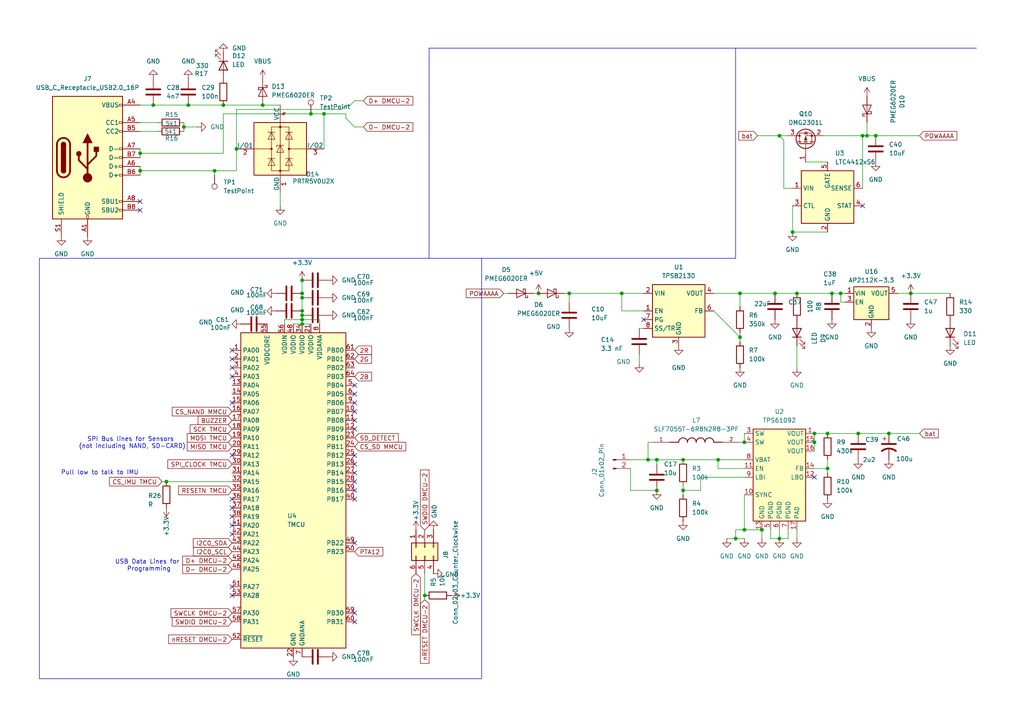
<source format=kicad_sch>
(kicad_sch (version 20250114) (generator "eeschema") (generator_version "9.0")
  (paper "A4")
  (rectangle (start 11.43 74.93) (end 139.7 196.85))
  (rectangle (start -120.65 31.75) (end -2.54 91.44))
  (rectangle (start -74.676 92.71) (end -2.54 135.636))
  (rectangle (start -144.78 137.16) (end -2.54 182.88))
  (text "Storage/Logging" (at -79.248 180.086 0) (effects (font (size 1.27 1.27))))
  (text "Pull low to talk to IMU" (at 28.956 137.16 0) (effects (font (size 1.27 1.27))))
  (text "Baro" (at -42.926 133.35 0) (effects (font (size 2.032 2.032))))
  (text "USB Data Lines for \nProgramming" (at 43.18 164.084 0) (effects (font (size 1.27 1.27))))
  (text "SPI Bus lines for Sensors \n(not including NAND, SD-CARD)" (at 38.354 128.524 0) (effects (font (size 1.27 1.27))))
  (junction (at -55.88 106.68))
  (junction (at 90.17 33.02))
  (junction (at -71.12 53.34))
  (junction (at -110.49 124.46))
  (junction (at 240.03 125.73))
  (junction (at 250.19 39.37))
  (junction (at 226.06 156.21))
  (junction (at 123.19 172.72))
  (junction (at 226.06 39.37))
  (junction (at 198.12 133.35))
  (junction (at 240.03 135.89))
  (junction (at -133.35 115.57))
  (junction (at 180.34 85.09))
  (junction (at -60.96 153.67))
  (junction (at 264.16 85.09))
  (junction (at 241.3 85.09))
  (junction (at 236.22 128.27))
  (junction (at 243.84 85.09))
  (junction (at 213.36 156.21))
  (junction (at 214.63 85.09))
  (junction (at 87.63 92.71))
  (junction (at 229.87 67.31))
  (junction (at 62.23 49.53))
  (junction (at -46.99 45.72))
  (junction (at 53.34 36.83))
  (junction (at 165.1 85.09))
  (junction (at 187.96 133.35))
  (junction (at 198.12 142.24))
  (junction (at 190.5 142.24))
  (junction (at 87.63 93.98))
  (junction (at 208.28 133.35))
  (junction (at 40.64 49.53))
  (junction (at 87.63 90.17))
  (junction (at -55.88 101.6))
  (junction (at 220.98 153.67))
  (junction (at 214.63 97.79))
  (junction (at 68.58 43.18))
  (junction (at 215.9 153.67))
  (junction (at 93.98 33.02))
  (junction (at 44.45 30.48))
  (junction (at 48.26 139.7))
  (junction (at 254 39.37))
  (junction (at 76.2 30.48))
  (junction (at -110.49 119.38))
  (junction (at 87.63 81.28))
  (junction (at 64.77 30.48))
  (junction (at 251.46 39.37))
  (junction (at 231.14 85.09))
  (junction (at 87.63 85.09))
  (junction (at 236.22 125.73))
  (junction (at 248.92 125.73))
  (junction (at 156.21 85.09))
  (junction (at 215.9 128.27))
  (junction (at -100.33 146.05))
  (junction (at 54.61 30.48))
  (junction (at 257.81 125.73))
  (junction (at -55.88 107.95))
  (junction (at 87.63 91.44))
  (junction (at -49.53 45.72))
  (junction (at 224.79 85.09))
  (junction (at 40.64 44.45))
  (junction (at 87.63 86.36))
  (junction (at -71.12 55.88))
  (junction (at 190.5 133.35))
  (no_connect (at 102.87 116.84))
  (no_connect (at 102.87 180.34))
  (no_connect (at 67.31 116.84))
  (no_connect (at 102.87 177.8))
  (no_connect (at 102.87 139.7))
  (no_connect (at 236.22 138.43))
  (no_connect (at 67.31 147.32))
  (no_connect (at 40.64 58.42))
  (no_connect (at 67.31 170.18))
  (no_connect (at 67.31 149.86))
  (no_connect (at 102.87 134.62))
  (no_connect (at 67.31 152.4))
  (no_connect (at -58.42 168.91))
  (no_connect (at 67.31 172.72))
  (no_connect (at 102.87 144.78))
  (no_connect (at 67.31 109.22))
  (no_connect (at 67.31 104.14))
  (no_connect (at 102.87 119.38))
  (no_connect (at 67.31 144.78))
  (no_connect (at 102.87 111.76))
  (no_connect (at 102.87 137.16))
  (no_connect (at -34.29 55.88))
  (no_connect (at 102.87 142.24))
  (no_connect (at 102.87 157.48))
  (no_connect (at 67.31 132.08))
  (no_connect (at 102.87 114.3))
  (no_connect (at 67.31 106.68))
  (no_connect (at -58.42 151.13))
  (no_connect (at 102.87 132.08))
  (no_connect (at 186.69 92.71))
  (no_connect (at 67.31 101.6))
  (no_connect (at 102.87 124.46))
  (no_connect (at 67.31 154.94))
  (no_connect (at 250.19 59.69))
  (no_connect (at 40.64 60.96))
  (no_connect (at 102.87 121.92))
  (wire (pts (xy -55.88 101.6) (xy -55.88 106.68)))
  (wire (pts (xy -129.54 110.49) (xy -129.54 111.76)))
  (wire (pts (xy 64.77 44.45) (xy 64.77 33.02)))
  (wire (pts (xy 240.03 135.89) (xy 240.03 133.35)))
  (wire (pts (xy -133.35 115.57) (xy -133.35 118.11)))
  (wire (pts (xy 163.83 85.09) (xy 165.1 85.09)))
  (wire (pts (xy 245.11 87.63) (xy 243.84 87.63)))
  (wire (pts (xy 210.82 156.21) (xy 213.36 156.21)))
  (wire (pts (xy -74.93 53.34) (xy -71.12 53.34)))
  (wire (pts (xy 264.16 85.09) (xy 275.59 85.09)))
  (wire (pts (xy -104.14 119.38) (xy -110.49 119.38)))
  (wire (pts (xy 87.63 81.28) (xy 87.63 85.09)))
  (wire (pts (xy 64.77 30.48) (xy 76.2 30.48)))
  (polyline (pts (xy 124.46 74.93) (xy 124.46 13.97)))
  (wire (pts (xy 208.28 133.35) (xy 215.9 133.35)))
  (wire (pts (xy 213.36 153.67) (xy 215.9 153.67)))
  (wire (pts (xy 215.9 125.73) (xy 215.9 128.27)))
  (wire (pts (xy 198.12 133.35) (xy 208.28 133.35)))
  (wire (pts (xy -34.29 113.03) (xy -40.64 113.03)))
  (wire (pts (xy 82.55 92.71) (xy 82.55 93.98)))
  (wire (pts (xy 236.22 128.27) (xy 236.22 130.81)))
  (wire (pts (xy 240.03 137.16) (xy 240.03 135.89)))
  (wire (pts (xy 102.87 29.21) (xy 105.41 29.21)))
  (wire (pts (xy 40.64 44.45) (xy 40.64 45.72)))
  (wire (pts (xy 53.34 36.83) (xy 57.15 36.83)))
  (wire (pts (xy 180.34 90.17) (xy 180.34 85.09)))
  (wire (pts (xy 40.64 35.56) (xy 45.72 35.56)))
  (wire (pts (xy -30.48 53.34) (xy -34.29 53.34)))
  (wire (pts (xy 207.01 85.09) (xy 214.63 85.09)))
  (wire (pts (xy 224.79 85.09) (xy 231.14 85.09)))
  (wire (pts (xy 257.81 125.73) (xy 266.7 125.73)))
  (wire (pts (xy 62.23 49.53) (xy 68.58 49.53)))
  (wire (pts (xy 185.42 102.87) (xy 185.42 105.41)))
  (polyline (pts (xy 213.36 74.93) (xy 213.36 13.97)))
  (wire (pts (xy 54.61 30.48) (xy 64.77 30.48)))
  (wire (pts (xy 40.64 44.45) (xy 64.77 44.45)))
  (wire (pts (xy 186.69 90.17) (xy 180.34 90.17)))
  (wire (pts (xy 180.34 85.09) (xy 186.69 85.09)))
  (wire (pts (xy -110.49 124.46) (xy -110.49 129.54)))
  (wire (pts (xy 53.34 35.56) (xy 53.34 36.83)))
  (wire (pts (xy -104.14 124.46) (xy -110.49 124.46)))
  (polyline (pts (xy 213.36 13.97) (xy 283.21 13.97)))
  (wire (pts (xy 90.17 33.02) (xy 93.98 33.02)))
  (wire (pts (xy 215.9 153.67) (xy 220.98 153.67)))
  (wire (pts (xy -110.49 119.38) (xy -110.49 124.46)))
  (wire (pts (xy -110.49 129.54) (xy -104.14 129.54)))
  (wire (pts (xy -34.29 118.11) (xy -40.64 118.11)))
  (wire (pts (xy 223.52 156.21) (xy 226.06 156.21)))
  (wire (pts (xy 198.12 142.24) (xy 203.2 142.24)))
  (wire (pts (xy 44.45 30.48) (xy 54.61 30.48)))
  (wire (pts (xy 240.03 125.73) (xy 236.22 125.73)))
  (wire (pts (xy -58.42 107.95) (xy -55.88 107.95)))
  (wire (pts (xy 190.5 133.35) (xy 190.5 134.62)))
  (wire (pts (xy 40.64 43.18) (xy 40.64 44.45)))
  (wire (pts (xy 85.09 93.98) (xy 87.63 93.98)))
  (wire (pts (xy 243.84 87.63) (xy 243.84 85.09)))
  (wire (pts (xy 81.28 55.88) (xy 81.28 59.69)))
  (wire (pts (xy 254 39.37) (xy 266.7 39.37)))
  (wire (pts (xy 68.58 43.18) (xy 68.58 31.75)))
  (wire (pts (xy -133.35 115.57) (xy -132.08 115.57)))
  (wire (pts (xy -71.12 55.88) (xy -71.12 58.42)))
  (wire (pts (xy 214.63 99.06) (xy 214.63 97.79)))
  (wire (pts (xy 68.58 31.75) (xy 99.06 31.75)))
  (wire (pts (xy 236.22 135.89) (xy 240.03 135.89)))
  (wire (pts (xy 182.88 135.89) (xy 182.88 142.24)))
  (wire (pts (xy 214.63 128.27) (xy 215.9 128.27)))
  (wire (pts (xy 187.96 128.27) (xy 189.23 128.27)))
  (wire (pts (xy 40.64 48.26) (xy 40.64 49.53)))
  (wire (pts (xy 227.33 40.64) (xy 226.06 39.37)))
  (wire (pts (xy 198.12 142.24) (xy 198.12 140.97)))
  (wire (pts (xy 229.87 67.31) (xy 240.03 67.31)))
  (wire (pts (xy 207.01 90.17) (xy 214.63 97.79)))
  (wire (pts (xy 231.14 156.21) (xy 231.14 153.67)))
  (wire (pts (xy 215.9 138.43) (xy 203.2 138.43)))
  (wire (pts (xy 190.5 133.35) (xy 198.12 133.35)))
  (wire (pts (xy 40.64 49.53) (xy 62.23 49.53)))
  (wire (pts (xy 93.98 33.02) (xy 100.33 33.02)))
  (wire (pts (xy 231.14 100.33) (xy 231.14 106.68)))
  (wire (pts (xy 208.28 135.89) (xy 215.9 135.89)))
  (wire (pts (xy 46.99 139.7) (xy 48.26 139.7)))
  (wire (pts (xy 250.19 39.37) (xy 250.19 54.61)))
  (wire (pts (xy -64.77 55.88) (xy -71.12 55.88)))
  (wire (pts (xy -114.3 165.1) (xy -110.49 165.1)))
  (wire (pts (xy 101.6 30.48) (xy 102.87 29.21)))
  (wire (pts (xy 214.63 88.9) (xy 214.63 85.09)))
  (wire (pts (xy 99.06 31.75) (xy 100.33 30.48)))
  (wire (pts (xy 82.55 92.71) (xy 87.63 92.71)))
  (wire (pts (xy 213.36 153.67) (xy 213.36 156.21)))
  (wire (pts (xy 220.98 156.21) (xy 220.98 153.67)))
  (wire (pts (xy 257.81 125.73) (xy 248.92 125.73)))
  (wire (pts (xy 226.06 39.37) (xy 228.6 39.37)))
  (wire (pts (xy 226.06 153.67) (xy 226.06 156.21)))
  (wire (pts (xy 92.71 92.71) (xy 92.71 93.98)))
  (wire (pts (xy 223.52 153.67) (xy 223.52 156.21)))
  (wire (pts (xy 165.1 85.09) (xy 180.34 85.09)))
  (wire (pts (xy -60.96 173.99) (xy -58.42 173.99)))
  (wire (pts (xy 214.63 85.09) (xy 224.79 85.09)))
  (wire (pts (xy 229.87 67.31) (xy 229.87 59.69)))
  (wire (pts (xy 87.63 92.71) (xy 92.71 92.71)))
  (wire (pts (xy 40.64 38.1) (xy 45.72 38.1)))
  (wire (pts (xy 102.87 36.83) (xy 105.41 36.83)))
  (wire (pts (xy 187.96 133.35) (xy 190.5 133.35)))
  (wire (pts (xy 182.88 133.35) (xy 187.96 133.35)))
  (wire (pts (xy 238.76 39.37) (xy 250.19 39.37)))
  (wire (pts (xy 76.2 30.48) (xy 81.28 30.48)))
  (polyline (pts (xy 124.46 13.97) (xy 213.36 13.97)))
  (wire (pts (xy 165.1 87.63) (xy 165.1 85.09)))
  (wire (pts (xy 226.06 156.21) (xy 228.6 156.21)))
  (wire (pts (xy 236.22 125.73) (xy 236.22 128.27)))
  (wire (pts (xy 241.3 85.09) (xy 243.84 85.09)))
  (wire (pts (xy 182.88 142.24) (xy 190.5 142.24)))
  (wire (pts (xy 243.84 85.09) (xy 245.11 85.09)))
  (wire (pts (xy 185.42 95.25) (xy 186.69 95.25)))
  (wire (pts (xy 248.92 125.73) (xy 240.03 125.73)))
  (wire (pts (xy 215.9 143.51) (xy 215.9 153.67)))
  (wire (pts (xy 40.64 49.53) (xy 40.64 50.8)))
  (wire (pts (xy 154.94 85.09) (xy 156.21 85.09)))
  (wire (pts (xy -55.88 106.68) (xy -55.88 107.95)))
  (wire (pts (xy -111.76 162.56) (xy -110.49 162.56)))
  (wire (pts (xy 87.63 85.09) (xy 87.63 86.36)))
  (wire (pts (xy 62.23 50.8) (xy 62.23 49.53)))
  (wire (pts (xy -62.23 153.67) (xy -60.96 153.67)))
  (wire (pts (xy 198.12 143.51) (xy 198.12 142.24)))
  (wire (pts (xy 219.71 39.37) (xy 226.06 39.37)))
  (wire (pts (xy 40.64 30.48) (xy 44.45 30.48)))
  (wire (pts (xy 208.28 133.35) (xy 208.28 135.89)))
  (wire (pts (xy 53.34 36.83) (xy 53.34 38.1)))
  (wire (pts (xy 100.33 34.29) (xy 102.87 36.83)))
  (wire (pts (xy -71.12 53.34) (xy -71.12 55.88)))
  (wire (pts (xy 227.33 54.61) (xy 227.33 40.64)))
  (wire (pts (xy 87.63 92.71) (xy 87.63 93.98)))
  (wire (pts (xy 68.58 49.53) (xy 68.58 43.18)))
  (wire (pts (xy 87.63 93.98) (xy 90.17 93.98)))
  (wire (pts (xy -100.33 144.78) (xy -100.33 146.05)))
  (wire (pts (xy 231.14 85.09) (xy 241.3 85.09)))
  (wire (pts (xy -135.89 115.57) (xy -133.35 115.57)))
  (wire (pts (xy 100.33 33.02) (xy 100.33 34.29)))
  (wire (pts (xy 147.32 85.09) (xy 146.05 85.09)))
  (wire (pts (xy 64.77 33.02) (xy 90.17 33.02)))
  (wire (pts (xy 233.68 46.99) (xy 240.03 46.99)))
  (wire (pts (xy 228.6 156.21) (xy 228.6 153.67)))
  (wire (pts (xy 250.19 39.37) (xy 251.46 39.37)))
  (wire (pts (xy -60.96 153.67) (xy -58.42 153.67)))
  (wire (pts (xy -100.33 146.05) (xy -100.33 147.32)))
  (wire (pts (xy 251.46 35.56) (xy 251.46 39.37)))
  (wire (pts (xy 213.36 156.21) (xy 215.9 156.21)))
  (wire (pts (xy -40.64 115.57) (xy -34.29 115.57)))
  (wire (pts (xy 87.63 91.44) (xy 87.63 92.71)))
  (wire (pts (xy 93.98 33.02) (xy 93.98 43.18)))
  (wire (pts (xy 260.35 85.09) (xy 264.16 85.09)))
  (wire (pts (xy 227.33 54.61) (xy 229.87 54.61)))
  (wire (pts (xy 251.46 39.37) (xy 254 39.37)))
  (wire (pts (xy 100.33 30.48) (xy 101.6 30.48)))
  (wire (pts (xy 87.63 86.36) (xy 87.63 90.17)))
  (wire (pts (xy 214.63 96.52) (xy 214.63 97.79)))
  (wire (pts (xy 87.63 90.17) (xy 87.63 91.44)))
  (wire (pts (xy -133.35 125.73) (xy -133.35 129.54)))
  (wire (pts (xy 187.96 128.27) (xy 187.96 133.35)))
  (wire (pts (xy 123.19 166.37) (xy 123.19 172.72)))
  (wire (pts (xy -20.32 120.65) (xy -40.64 120.65)))
  (polyline (pts (xy 139.7 74.93) (xy 213.36 74.93)))
  (wire (pts (xy -110.49 115.57) (xy -110.49 119.38)))
  (wire (pts (xy 203.2 138.43) (xy 203.2 142.24)))
  (wire (pts (xy -71.12 53.34) (xy -64.77 53.34)))
  (wire (pts (xy 48.26 139.7) (xy 67.31 139.7)))
  (wire (pts (xy -71.12 58.42) (xy -64.77 58.42)))
  (wire (pts (xy 123.19 173.99) (xy 123.19 172.72)))
  (global_label "INTERRUPT TMCU" (shape input) (at -30.48 53.34 0) (property "Intersheetrefs" "${INTERSHEET_REFS}" (effects (hide yes))))
  (global_label "SWCLK DMCU-2" (shape input) (at 67.31 177.8 180) (property "Intersheetrefs" "${INTERSHEET_REFS}" (effects (hide yes))))
  (global_label "RESETN TMCU" (shape input) (at 67.31 142.24 180) (property "Intersheetrefs" "${INTERSHEET_REFS}" (effects (hide yes))))
  (global_label "CS_SD MMCU" (shape input) (at 102.87 129.54 0) (property "Intersheetrefs" "${INTERSHEET_REFS}" (effects (hide yes))))
  (global_label "MOSI TMCU" (shape input) (at -58.42 156.21 180) (property "Intersheetrefs" "${INTERSHEET_REFS}" (effects (hide yes))))
  (global_label "POWAAAA" (shape input) (at 266.7 39.37 0) (property "Intersheetrefs" "${INTERSHEET_REFS}" (effects (hide yes))))
  (global_label "SPI_CLOCK TMCU" (shape input) (at 67.31 134.62 180) (property "Intersheetrefs" "${INTERSHEET_REFS}" (effects (hide yes))))
  (global_label "MISO TMCU" (shape input) (at -58.42 166.37 180) (property "Intersheetrefs" "${INTERSHEET_REFS}" (effects (hide yes))))
  (global_label "SWCLK DMCU-2" (shape input) (at 120.65 166.37 270) (property "Intersheetrefs" "${INTERSHEET_REFS}" (effects (hide yes))))
  (global_label "nRESET DMCU-2" (shape input) (at 123.19 173.99 270) (property "Intersheetrefs" "${INTERSHEET_REFS}" (effects (hide yes))))
  (global_label "SD_DETECT" (shape input) (at 102.87 127 0) (property "Intersheetrefs" "${INTERSHEET_REFS}" (effects (hide yes))))
  (global_label "MOSI TMCU" (shape input) (at -110.49 157.48 180) (property "Intersheetrefs" "${INTERSHEET_REFS}" (effects (hide yes))))
  (global_label "D- DMCU-2" (shape input) (at 67.31 165.1 180) (property "Intersheetrefs" "${INTERSHEET_REFS}" (effects (hide yes))))
  (global_label "2G" (shape input) (at -86.36 124.46 0) (property "Intersheetrefs" "${INTERSHEET_REFS}" (effects (hide yes))))
  (global_label "2B" (shape input) (at -86.36 129.54 0) (property "Intersheetrefs" "${INTERSHEET_REFS}" (effects (hide yes))))
  (global_label "I2C0_SDA" (shape input) (at -64.77 63.5 180) (property "Intersheetrefs" "${INTERSHEET_REFS}" (effects (hide yes))))
  (global_label "D- DMCU-2" (shape input) (at 105.41 36.83 0) (property "Intersheetrefs" "${INTERSHEET_REFS}" (effects (hide yes))))
  (global_label "2R" (shape input) (at -86.36 119.38 0) (property "Intersheetrefs" "${INTERSHEET_REFS}" (effects (hide yes))))
  (global_label "2G" (shape input) (at 102.87 104.14 0) (property "Intersheetrefs" "${INTERSHEET_REFS}" (effects (hide yes))))
  (global_label "I2C0_SDA" (shape input) (at 67.31 157.48 180) (property "Intersheetrefs" "${INTERSHEET_REFS}" (effects (hide yes))))
  (global_label "CS_NAND MMCU" (shape input) (at -110.49 152.4 180) (property "Intersheetrefs" "${INTERSHEET_REFS}" (effects (hide yes))))
  (global_label "SCK TMCU" (shape input) (at -110.49 154.94 180) (property "Intersheetrefs" "${INTERSHEET_REFS}" (effects (hide yes))))
  (global_label "PTA12" (shape input) (at 102.87 160.02 0) (property "Intersheetrefs" "${INTERSHEET_REFS}" (effects (hide yes))))
  (global_label "SWDIO DMCU-2" (shape input) (at 123.19 153.67 90) (property "Intersheetrefs" "${INTERSHEET_REFS}" (effects (hide yes))))
  (global_label "I2C0_SCL" (shape input) (at 67.31 160.02 180) (property "Intersheetrefs" "${INTERSHEET_REFS}" (effects (hide yes))))
  (global_label "SCK TMCU" (shape input) (at -58.42 161.29 180) (property "Intersheetrefs" "${INTERSHEET_REFS}" (effects (hide yes))))
  (global_label "I2C0_SDA" (shape input) (at -34.29 113.03 0) (property "Intersheetrefs" "${INTERSHEET_REFS}" (effects (hide yes))))
  (global_label "2B" (shape input) (at 102.87 109.22 0) (property "Intersheetrefs" "${INTERSHEET_REFS}" (effects (hide yes))))
  (global_label "D+ DMCU-2" (shape input) (at 67.31 162.56 180) (property "Intersheetrefs" "${INTERSHEET_REFS}" (effects (hide yes))))
  (global_label "bat" (shape input) (at 266.7 125.73 0) (property "Intersheetrefs" "${INTERSHEET_REFS}" (effects (hide yes))))
  (global_label "CS_SD MMCU" (shape input) (at -62.23 153.67 180) (property "Intersheetrefs" "${INTERSHEET_REFS}" (effects (hide yes))))
  (global_label "BUZZER" (shape input) (at -135.89 115.57 180) (property "Intersheetrefs" "${INTERSHEET_REFS}" (effects (hide yes))))
  (global_label "nRESET DMCU-2" (shape input) (at 67.31 185.42 180) (property "Intersheetrefs" "${INTERSHEET_REFS}" (effects (hide yes))))
  (global_label "MISO TMCU" (shape input) (at -110.49 160.02 180) (property "Intersheetrefs" "${INTERSHEET_REFS}" (effects (hide yes))))
  (global_label "bat" (shape input) (at 219.71 39.37 180) (property "Intersheetrefs" "${INTERSHEET_REFS}" (effects (hide yes))))
  (global_label "MOSI TMCU" (shape input) (at 67.31 127 180) (property "Intersheetrefs" "${INTERSHEET_REFS}" (effects (hide yes))))
  (global_label "CS_NAND MMCU" (shape input) (at 67.31 119.38 180) (property "Intersheetrefs" "${INTERSHEET_REFS}" (effects (hide yes))))
  (global_label "BUZZER" (shape input) (at 67.31 121.92 180) (property "Intersheetrefs" "${INTERSHEET_REFS}" (effects (hide yes))))
  (global_label "I2C0_SCL" (shape input) (at -34.29 118.11 0) (property "Intersheetrefs" "${INTERSHEET_REFS}" (effects (hide yes))))
  (global_label "SCK TMCU" (shape input) (at 67.31 124.46 180) (property "Intersheetrefs" "${INTERSHEET_REFS}" (effects (hide yes))))
  (global_label "2R" (shape input) (at 102.87 101.6 0) (property "Intersheetrefs" "${INTERSHEET_REFS}" (effects (hide yes))))
  (global_label "MISO TMCU" (shape input) (at 67.31 129.54 180) (property "Intersheetrefs" "${INTERSHEET_REFS}" (effects (hide yes))))
  (global_label "D+ DMCU-2" (shape input) (at 105.41 29.21 0) (property "Intersheetrefs" "${INTERSHEET_REFS}" (effects (hide yes))))
  (global_label "I2C0_SCL" (shape input) (at -64.77 66.04 180) (property "Intersheetrefs" "${INTERSHEET_REFS}" (effects (hide yes))))
  (global_label "SWDIO DMCU-2" (shape input) (at 67.31 180.34 180) (property "Intersheetrefs" "${INTERSHEET_REFS}" (effects (hide yes))))
  (global_label "CS_IMU TMCU" (shape input) (at 46.99 139.7 180) (property "Intersheetrefs" "${INTERSHEET_REFS}" (effects (hide yes))))
  (global_label "SD_DETECT" (shape input) (at -58.42 173.99 270) (property "Intersheetrefs" "${INTERSHEET_REFS}" (effects (hide yes))))
  (global_label "POWAAAA" (shape input) (at 146.05 85.09 180) (property "Intersheetrefs" "${INTERSHEET_REFS}" (effects (hide yes))))
  (symbol (lib_id "power:GND") (at 254 46.99 0) (unit 1)
    (property "Reference" "#PWR049" (effects (hide yes)))
    (property "Value" "GND" (at 254 52.07 0))
    (property "Description" "Power symbol creates a global label with name \"GND\" , ground" (effects (hide yes)))
  )
  (symbol (lib_id "power:+5V") (at 156.21 85.09 0) (unit 1)
    (property "Reference" "#PWR08" (effects (hide yes)))
    (property "Value" "+5V" (at 155.448 79.248 0))
    (property "Description" "Power symbol creates a global label with name \"+5V\"" (effects (hide yes)))
  )
  (symbol (lib_id "power:GND") (at -34.29 115.57 90) (unit 1)
    (property "Reference" "#PWR062" (effects (hide yes)))
    (property "Value" "GND" (at -29.21 115.5699 90) (effects (justify right)))
    (property "Description" "Power symbol creates a global label with name \"GND\" , ground" (effects (hide yes)))
  )
  (symbol (lib_id "power:GND") (at -39.37 45.72 90) (unit 1)
    (property "Reference" "#PWR061" (effects (hide yes)))
    (property "Value" "GND" (at -35.56 45.7199 90) (effects (justify right)))
    (property "Description" "Power symbol creates a global label with name \"GND\" , ground" (effects (hide yes)))
  )
  (symbol (lib_id "power:+3.3V") (at -68.58 173.99 90) (unit 1)
    (property "Reference" "#PWR021" (effects (hide yes)))
    (property "Value" "+3.3V" (at -72.39 173.9899 90) (effects (justify left)))
    (property "Description" "Power symbol creates a global label with name \"+3.3V\"" (effects (hide yes)))
  )
  (symbol (lib_id "power:+3.3V") (at -30.48 45.72 0) (unit 1)
    (property "Reference" "#PWR071" (effects (hide yes)))
    (property "Value" "+3.3V" (at -30.48 40.386 90))
    (property "Description" "Power symbol creates a global label with name \"+3.3V\"" (effects (hide yes)))
  )
  (symbol (lib_id "power:+3.3V") (at 87.63 81.28 0) (unit 1)
    (property "Reference" "#PWR06" (effects (hide yes)))
    (property "Value" "+3.3V" (at 87.63 76.2 0))
    (property "Description" "Power symbol creates a global label with name \"+3.3V\"" (effects (hide yes)))
  )
  (symbol (lib_id "power:GND") (at 80.01 90.17 270) (unit 1)
    (property "Reference" "#PWR0195" (effects (hide yes)))
    (property "Value" "GND" (at 70.866 89.916 90) (effects (justify right)))
    (property "Description" "Power symbol creates a global label with name \"GND\" , ground" (effects (hide yes)))
  )
  (symbol (lib_id "Device:LED") (at 231.14 96.52 90) (unit 1)
    (property "Reference" "D9" (at 238.76 98.1075 0))
    (property "Value" "LED" (at 236.22 98.1075 0))
    (property "Footprint" "LED_SMD:LED_0603_1608Metric" (effects (hide yes)))
    (property "Description" "Light emitting diode" (effects (hide yes)))
    (property "Sim.Pins" "1=K 2=A" (effects (hide yes)))
  )
  (symbol (lib_id "Device:C") (at 83.82 90.17 90) (unit 1)
    (property "Reference" "C68" (at 74.422 89.154 90))
    (property "Value" "100nF" (at 74.422 90.678 90))
    (property "Footprint" "Capacitor_SMD:C_0603_1608Metric" (effects (hide yes)))
    (property "Description" "Unpolarized capacitor" (effects (hide yes)))
  )
  (symbol (lib_id "power:GND") (at 95.25 91.44 90) (unit 1)
    (property "Reference" "#PWR0167" (effects (hide yes)))
    (property "Value" "GND" (at 99.06 91.4401 90) (effects (justify right)))
    (property "Description" "Power symbol creates a global label with name \"GND\" , ground" (effects (hide yes)))
  )
  (symbol (lib_id "Device:R") (at -36.83 125.73 270) (unit 1)
    (property "Reference" "R25" (at -19.558 124.968 0) (effects (justify left)))
    (property "Value" "10k" (at -22.098 124.968 0) (effects (justify left)))
    (property "Footprint" "Resistor_SMD:R_0603_1608Metric" (effects (hide yes)))
    (property "Description" "Resistor" (effects (hide yes)))
  )
  (symbol (lib_id "Device:C") (at 241.3 88.9 0) (unit 1)
    (property "Reference" "C38" (at 238.76 79.502 0) (effects (justify left)))
    (property "Value" "1uF" (at 238.76 82.042 0) (effects (justify left)))
    (property "Footprint" "Capacitor_SMD:C_0603_1608Metric" (effects (hide yes)))
    (property "Description" "Unpolarized capacitor" (effects (hide yes)))
  )
  (symbol (lib_id "power:GND") (at 231.14 106.68 0) (unit 1)
    (property "Reference" "#PWR032" (effects (hide yes)))
    (property "Value" "GND" (at 231.14 111.76 0))
    (property "Description" "Power symbol creates a global label with name \"GND\" , ground" (effects (hide yes)))
  )
  (symbol (lib_id "power:GND") (at -100.33 172.72 0) (unit 1)
    (property "Reference" "#PWR019" (effects (hide yes)))
    (property "Value" "GND" (at -100.33 177.8 0))
    (property "Description" "Power symbol creates a global label with name \"GND\" , ground" (effects (hide yes)))
  )
  (symbol (lib_id "Device:R") (at 198.12 147.32 0) (unit 1)
    (property "Reference" "R4" (at 200.66 146.0499 0) (effects (justify left)))
    (property "Value" "100k" (at 200.66 148.5899 0) (effects (justify left)))
    (property "Footprint" "Resistor_SMD:R_0603_1608Metric" (effects (hide yes)))
    (property "Description" "Resistor" (effects (hide yes)))
  )
  (symbol (lib_id "power:+3.3V") (at -12.7 120.65 270) (unit 1)
    (property "Reference" "#PWR072" (effects (hide yes)))
    (property "Value" "+3.3V" (at -6.858 120.65 90))
    (property "Description" "Power symbol creates a global label with name \"+3.3V\"" (effects (hide yes)))
  )
  (symbol (lib_id "Device:C") (at 165.1 91.44 0) (unit 1)
    (property "Reference" "C10" (at 171.45 89.662 0) (effects (justify left)))
    (property "Value" "10uF" (at 171.45 92.202 0) (effects (justify left)))
    (property "Footprint" "Capacitor_SMD:C_0603_1608Metric" (effects (hide yes)))
    (property "Description" "Unpolarized capacitor" (effects (hide yes)))
  )
  (symbol (lib_id "Transistor_FET:DMG2301L") (at 233.68 41.91 90) (unit 1)
    (property "Reference" "Q10" (at 233.68 33.02 90))
    (property "Value" "DMG2301L" (at 233.68 35.56 90))
    (property "Footprint" "Package_TO_SOT_SMD:SOT-23" (effects (hide yes)))
    (property "Datasheet" "https://www.diodes.com/assets/Datasheets/DMG2301L.pdf" (effects (hide yes)))
    (property "Description" "-3A Id, -20V Vds, P-Channel MOSFET, SOT-23" (effects (hide yes)))
  )
  (symbol (lib_id "Device:C") (at 44.45 26.67 0) (unit 1)
    (property "Reference" "C28" (at 48.26 25.3999 0) (effects (justify left)))
    (property "Value" "4n7" (at 48.26 27.9399 0) (effects (justify left)))
    (property "Footprint" "Capacitor_SMD:C_0603_1608Metric" (effects (hide yes)))
    (property "Description" "Unpolarized capacitor" (effects (hide yes)))
  )
  (symbol (lib_id "Device:R") (at -114.3 168.91 180) (unit 1)
    (property "Reference" "R2" (at -118.872 168.656 90))
    (property "Value" "10kΩ" (at -117.348 168.91 90))
    (property "Footprint" "Resistor_SMD:R_0603_1608Metric" (effects (hide yes)))
    (property "Description" "Resistor" (effects (hide yes)))
  )
  (symbol (lib_id "Connector_Generic:Conn_02x03_Counter_Clockwise") (at 123.19 158.75 90) (mirror x) (unit 1)
    (property "Reference" "J8" (at 129.286 159.766 0) (effects (justify left)))
    (property "Value" "Conn_02x03_Counter_Clockwise" (at 132.08 150.876 0) (effects (justify left)))
    (property "Footprint" "Connector_PinHeader_2.54mm:PinHeader_2x03_P2.54mm_Vertical" (effects (hide yes)))
    (property "Description" "Generic connector, double row, 02x03, counter clockwise pin numbering scheme (similar to DIP package numbering), script generated (kicad-library-utils/schlib/autogen/connector/)" (effects (hide yes)))
  )
  (symbol (lib_id "Device:C") (at 91.44 86.36 270) (unit 1)
    (property "Reference" "C69" (at 105.41 85.344 90))
    (property "Value" "100nF" (at 105.41 87.122 90))
    (property "Footprint" "Capacitor_SMD:C_0603_1608Metric" (effects (hide yes)))
    (property "Description" "Unpolarized capacitor" (effects (hide yes)))
  )
  (symbol (lib_id "Device:C") (at 254 43.18 0) (unit 1)
    (property "Reference" "C40" (at 257.81 41.9099 0) (effects (justify left)))
    (property "Value" "10uF" (at 257.81 44.4499 0) (effects (justify left)))
    (property "Footprint" "Capacitor_SMD:C_0603_1608Metric" (effects (hide yes)))
    (property "Description" "Unpolarized capacitor" (effects (hide yes)))
  )
  (symbol (lib_id "power:+3.3V") (at 120.65 153.67 0) (mirror y) (unit 1)
    (property "Reference" "#PWR0211" (effects (hide yes)))
    (property "Value" "+3.3V" (at 120.65 148.082 90))
    (property "Description" "Power symbol creates a global label with name \"+3.3V\"" (effects (hide yes)))
  )
  (symbol (lib_id "power:+3.3V") (at 48.26 147.32 180) (unit 1)
    (property "Reference" "#PWR095" (effects (hide yes)))
    (property "Value" "+3.3V" (at 48.26 152.654 90))
    (property "Description" "Power symbol creates a global label with name \"+3.3V\"" (effects (hide yes)))
  )
  (symbol (lib_id "Device:R") (at 127 172.72 90) (unit 1)
    (property "Reference" "R5" (at 125.7299 170.18 0) (effects (justify left)))
    (property "Value" "10k" (at 128.2699 170.18 0) (effects (justify left)))
    (property "Footprint" "Resistor_SMD:R_0603_1608Metric" (effects (hide yes)))
    (property "Description" "Resistor" (effects (hide yes)))
  )
  (symbol (lib_id "Device:C") (at 185.42 99.06 0) (unit 1)
    (property "Reference" "C14" (at 174.244 98.552 0) (effects (justify left)))
    (property "Value" "3.3 nF" (at 174.244 101.092 0) (effects (justify left)))
    (property "Footprint" "Capacitor_SMD:C_0603_1608Metric" (effects (hide yes)))
    (property "Description" "Unpolarized capacitor" (effects (hide yes)))
  )
  (symbol (lib_id "power:GND") (at -110.49 115.57 180) (unit 1)
    (property "Reference" "#PWR017" (effects (hide yes)))
    (property "Value" "GND" (at -110.49 110.49 0))
    (property "Description" "Power symbol creates a global label with name \"GND\" , ground" (effects (hide yes)))
  )
  (symbol (lib_id "power:+3.3V") (at -111.76 170.18 180) (unit 1)
    (property "Reference" "#PWR015" (effects (hide yes)))
    (property "Value" "+3.3V" (at -111.7601 173.99 90) (effects (justify left)))
    (property "Description" "Power symbol creates a global label with name \"+3.3V\"" (effects (hide yes)))
  )
  (symbol (lib_id "power:GND") (at 215.9 156.21 0) (unit 1)
    (property "Reference" "#PWR027" (effects (hide yes)))
    (property "Value" "GND" (at 215.9 161.29 0))
    (property "Description" "Power symbol creates a global label with name \"GND\" , ground" (effects (hide yes)))
  )
  (symbol (lib_id "power:GND") (at 125.73 166.37 90) (unit 1)
    (property "Reference" "#PWR024" (effects (hide yes)))
    (property "Value" "GND" (at 129.032 166.624 90) (effects (justify right)))
    (property "Description" "Power symbol creates a global label with name \"GND\" , ground" (effects (hide yes)))
  )
  (symbol (lib_id "power:GND") (at 210.82 156.21 0) (unit 1)
    (property "Reference" "#PWR025" (effects (hide yes)))
    (property "Value" "GND" (at 210.82 161.29 0))
    (property "Description" "Power symbol creates a global label with name \"GND\" , ground" (effects (hide yes)))
  )
  (symbol (lib_id "Device:R") (at -90.17 129.54 270) (unit 1)
    (property "Reference" "R19" (at -90.17 129.286 90))
    (property "Value" "220" (at -90.17 127.254 90))
    (property "Footprint" "Resistor_SMD:R_0603_1608Metric" (effects (hide yes)))
    (property "Description" "Resistor" (effects (hide yes)))
  )
  (symbol (lib_id "power:GND") (at 220.98 156.21 0) (unit 1)
    (property "Reference" "#PWR028" (effects (hide yes)))
    (property "Value" "GND" (at 220.98 161.29 0))
    (property "Description" "Power symbol creates a global label with name \"GND\" , ground" (effects (hide yes)))
  )
  (symbol (lib_id "Device:R") (at -111.76 166.37 180) (unit 1)
    (property "Reference" "R11" (at -109.728 170.18 90))
    (property "Value" "10kΩ" (at -108.204 170.434 90))
    (property "Footprint" "Resistor_SMD:R_0603_1608Metric" (effects (hide yes)))
    (property "Description" "Resistor" (effects (hide yes)))
  )
  (symbol (lib_id "Device:LED") (at 64.77 19.05 270) (unit 1)
    (property "Reference" "D12" (at 67.31 16.1924 90) (effects (justify left)))
    (property "Value" "LED" (at 67.31 18.7324 90) (effects (justify left)))
    (property "Footprint" "LED_SMD:LED_0603_1608Metric" (effects (hide yes)))
    (property "Description" "Light emitting diode" (effects (hide yes)))
    (property "Sim.Pins" "1=K 2=A" (effects (hide yes)))
  )
  (symbol (lib_id "power:GND") (at 81.28 59.69 0) (unit 1)
    (property "Reference" "#PWR040" (effects (hide yes)))
    (property "Value" "GND" (at 81.28 64.77 0))
    (property "Description" "Power symbol creates a global label with name \"GND\" , ground" (effects (hide yes)))
  )
  (symbol (lib_id "Connector:TestPoint") (at 62.23 50.8 180) (unit 1)
    (property "Reference" "TP1" (at 64.77 52.8319 0) (effects (justify right)))
    (property "Value" "TestPoint" (at 64.77 55.3719 0) (effects (justify right)))
    (property "Footprint" "TestPoint:TestPoint_Pad_1.0x1.0mm" (effects (hide yes)))
    (property "Description" "test point" (effects (hide yes)))
  )
  (symbol (lib_id "power:GND") (at 214.63 106.68 0) (unit 1)
    (property "Reference" "#PWR026" (effects (hide yes)))
    (property "Value" "GND" (at 214.63 111.76 0))
    (property "Description" "Power symbol creates a global label with name \"GND\" , ground" (effects (hide yes)))
  )
  (symbol (lib_id "Device:R") (at -60.96 149.86 0) (unit 1)
    (property "Reference" "R23" (at -64.516 146.812 90))
    (property "Value" "10kΩ" (at -66.04 146.558 90))
    (property "Footprint" "Resistor_SMD:R_0603_1608Metric" (effects (hide yes)))
    (property "Description" "Resistor" (effects (hide yes)))
  )
  (symbol (lib_id "power:+3.3V") (at -58.42 158.75 90) (unit 1)
    (property "Reference" "#PWR042" (effects (hide yes)))
    (property "Value" "+3.3V" (at -62.23 158.7499 90) (effects (justify left)))
    (property "Description" "Power symbol creates a global label with name \"+3.3V\"" (effects (hide yes)))
  )
  (symbol (lib_id "power:GND") (at -124.46 120.65 0) (unit 1)
    (property "Reference" "#PWR04" (effects (hide yes)))
    (property "Value" "GND" (at -124.46 125.73 0))
    (property "Description" "Power symbol creates a global label with name \"GND\" , ground" (effects (hide yes)))
  )
  (symbol (lib_id "power:GND") (at 190.5 142.24 0) (unit 1)
    (property "Reference" "#PWR013" (effects (hide yes)))
    (property "Value" "GND" (at 190.5 147.32 0))
    (property "Description" "Power symbol creates a global label with name \"GND\" , ground" (effects (hide yes)))
  )
  (symbol (lib_id "Device:C") (at 83.82 85.09 90) (unit 1)
    (property "Reference" "C71" (at 74.422 84.074 90))
    (property "Value" "100nF" (at 74.422 85.598 90))
    (property "Footprint" "Capacitor_SMD:C_0603_1608Metric" (effects (hide yes)))
    (property "Description" "Unpolarized capacitor" (effects (hide yes)))
  )
  (symbol (lib_id "power:GND") (at 57.15 36.83 90) (unit 1)
    (property "Reference" "#PWR037" (effects (hide yes)))
    (property "Value" "GND" (at 60.96 36.8299 90) (effects (justify right)))
    (property "Description" "Power symbol creates a global label with name \"GND\" , ground" (effects (hide yes)))
  )
  (symbol (lib_id "power:+3.3V") (at -129.54 111.76 90) (unit 1)
    (property "Reference" "#PWR03" (effects (hide yes)))
    (property "Value" "+3.3V" (at -133.35 111.7599 90) (effects (justify left)))
    (property "Description" "Power symbol creates a global label with name \"+3.3V\"" (effects (hide yes)))
  )
  (symbol (lib_id "power:GND") (at -49.53 76.2 0) (unit 1)
    (property "Reference" "#PWR057" (effects (hide yes)))
    (property "Value" "GND" (at -49.53 81.28 0))
    (property "Description" "Power symbol creates a global label with name \"GND\" , ground" (effects (hide yes)))
  )
  (symbol (lib_id "power:GND") (at 17.78 68.58 0) (unit 1)
    (property "Reference" "#PWR01" (effects (hide yes)))
    (property "Value" "GND" (at 17.78 73.66 0))
    (property "Description" "Power symbol creates a global label with name \"GND\" , ground" (effects (hide yes)))
  )
  (symbol (lib_id "power:GND") (at 275.59 100.33 0) (unit 1)
    (property "Reference" "#PWR053" (effects (hide yes)))
    (property "Value" "GND" (at 275.59 105.41 0))
    (property "Description" "Power symbol creates a global label with name \"GND\" , ground" (effects (hide yes)))
  )
  (symbol (lib_id "power:GND") (at -133.35 129.54 0) (unit 1)
    (property "Reference" "#PWR02" (effects (hide yes)))
    (property "Value" "GND" (at -133.35 134.62 0))
    (property "Description" "Power symbol creates a global label with name \"GND\" , ground" (effects (hide yes)))
  )
  (symbol (lib_id "Connector:Micro_SD_Card_Det1") (at -35.56 161.29 0) (unit 1)
    (property "Reference" "J3" (at -34.925 139.7 0))
    (property "Value" "Micro_SD_Card_Det1" (at -34.925 142.24 0))
    (property "Footprint" "Connector_Card:microSD_HC_Hirose_DM3D-SF" (effects (hide yes)))
    (property "Datasheet" "https://datasheet.lcsc.com/lcsc/2110151630_XKB-Connectivity-XKTF-015-N_C381082.pdf" (effects (hide yes)))
    (property "Description" "Micro SD Card Socket with one card detection pin" (effects (hide yes)))
  )
  (symbol (lib_id "Device:R") (at 275.59 88.9 0) (unit 1)
    (property "Reference" "R14" (at 278.13 87.6299 0) (effects (justify left)))
    (property "Value" "330" (at 278.13 90.1699 0) (effects (justify left)))
    (property "Footprint" "Resistor_SMD:R_0603_1608Metric" (effects (hide yes)))
    (property "Description" "Resistor" (effects (hide yes)))
  )
  (symbol (lib_id "Memory_Flash:W25Q128JVS") (at -100.33 160.02 0) (unit 1)
    (property "Reference" "U6" (at -87.63 158.7499 0) (effects (justify left)))
    (property "Value" "NAND" (at -87.63 161.2899 0) (effects (justify left)))
    (property "Footprint" "Package_SO:SOIC-8_5.3x5.3mm_P1.27mm" (effects (hide yes)))
    (property "Datasheet" "https://www.winbond.com/resource-files/w25q128jv_dtr%20revc%2003272018%20plus.pdf" (effects (hide yes)))
    (property "Description" "128Mbit / 16MiB Serial Flash Memory, Standard/Dual/Quad SPI, 2.7-3.6V, SOIC-8" (effects (hide yes)))
  )
  (symbol (lib_id "power:GND") (at 44.45 22.86 180) (unit 1)
    (property "Reference" "#PWR035" (effects (hide yes)))
    (property "Value" "GND" (at 44.45 17.78 0))
    (property "Description" "Power symbol creates a global label with name \"GND\" , ground" (effects (hide yes)))
  )
  (symbol (lib_id "power:GND") (at 224.79 92.71 0) (unit 1)
    (property "Reference" "#PWR029" (effects (hide yes)))
    (property "Value" "GND" (at 224.79 97.79 0))
    (property "Description" "Power symbol creates a global label with name \"GND\" , ground" (effects (hide yes)))
  )
  (symbol (lib_id "Diode:PMEG6020ER") (at 76.2 26.67 270) (unit 1)
    (property "Reference" "D13" (at 78.74 25.0824 90) (effects (justify left)))
    (property "Value" "PMEG6020ER" (at 78.74 27.6224 90) (effects (justify left)))
    (property "Footprint" "Diode_SMD:Nexperia_CFP3_SOD-123W" (effects (hide yes)))
    (property "Datasheet" "https://assets.nexperia.com/documents/data-sheet/PMEG6020ER.pdf" (effects (hide yes)))
    (property "Description" "60V, 2A low Vf MEGA Schottky barrier rectifier, SOD-123W" (effects (hide yes)))
  )
  (symbol (lib_id "power:GND") (at 264.16 92.71 0) (unit 1)
    (property "Reference" "#PWR052" (effects (hide yes)))
    (property "Value" "GND" (at 264.16 97.79 0))
    (property "Description" "Power symbol creates a global label with name \"GND\" , ground" (effects (hide yes)))
  )
  (symbol (lib_id "Device:R") (at -133.35 121.92 0) (unit 1)
    (property "Reference" "R1" (at -130.81 120.6499 0) (effects (justify left)))
    (property "Value" "2k2" (at -130.81 123.1899 0) (effects (justify left)))
    (property "Footprint" "Resistor_SMD:R_0603_1608Metric" (effects (hide yes)))
    (property "Description" "Resistor" (effects (hide yes)))
  )
  (symbol (lib_id "Connector:TestPoint") (at 90.17 33.02 0) (unit 1)
    (property "Reference" "TP2" (at 92.71 28.4479 0) (effects (justify left)))
    (property "Value" "TestPoint" (at 92.71 30.9879 0) (effects (justify left)))
    (property "Footprint" "TestPoint:TestPoint_Pad_1.0x1.0mm" (effects (hide yes)))
    (property "Description" "test point" (effects (hide yes)))
  )
  (symbol (lib_id "Device:R") (at 49.53 35.56 90) (unit 1)
    (property "Reference" "R15" (at 49.784 33.274 90))
    (property "Value" "5k1" (at 49.784 35.814 90))
    (property "Footprint" "Resistor_SMD:R_0603_1608Metric" (effects (hide yes)))
    (property "Description" "Resistor" (effects (hide yes)))
  )
  (symbol (lib_id "MCU_Microchip_SAMD:ATSAMD21J16B-A") (at 85.09 142.24 0) (unit 1)
    (property "Reference" "U4" (at 83.312 149.606 0) (effects (justify left)))
    (property "Value" "TMCU" (at 83.312 152.146 0) (effects (justify left)))
    (property "Footprint" "Package_QFP:TQFP-64_10x10mm_P0.5mm" (effects (hide yes)))
    (property "Datasheet" "http://ww1.microchip.com/downloads/en/DeviceDoc/SAM_D21_DA1_Family_Data%20Sheet_DS40001882E.pdf" (effects (hide yes)))
    (property "Description" "SAM D21 Microchip SMART ARM-based Flash MCU, 48Mhz, 64K Flash w/ 2K RWW, 8K SRAM, TQFP-64" (effects (hide yes)))
  )
  (symbol (lib_id "Diode:PMEG6020ER") (at 160.02 85.09 180) (unit 1)
    (property "Reference" "D6" (at 156.21 88.392 0))
    (property "Value" "PMEG6020ER" (at 156.21 90.932 0))
    (property "Footprint" "Diode_SMD:Nexperia_CFP3_SOD-123W" (effects (hide yes)))
    (property "Datasheet" "https://assets.nexperia.com/documents/data-sheet/PMEG6020ER.pdf" (effects (hide yes)))
    (property "Description" "60V, 2A low Vf MEGA Schottky barrier rectifier, SOD-123W" (effects (hide yes)))
  )
  (symbol (lib_id "power:GND") (at 226.06 156.21 0) (unit 1)
    (property "Reference" "#PWR030" (effects (hide yes)))
    (property "Value" "GND" (at 226.06 161.29 0))
    (property "Description" "Power symbol creates a global label with name \"GND\" , ground" (effects (hide yes)))
  )
  (symbol (lib_id "power:+3.3V") (at -100.33 144.78 0) (unit 1)
    (property "Reference" "#PWR018" (effects (hide yes)))
    (property "Value" "+3.3V" (at -100.33 139.7 0))
    (property "Description" "Power symbol creates a global label with name \"+3.3V\"" (effects (hide yes)))
  )
  (symbol (lib_id "power:GND") (at 196.85 100.33 0) (unit 1)
    (property "Reference" "#PWR014" (effects (hide yes)))
    (property "Value" "GND" (at 196.85 106.68 0))
    (property "Description" "Power symbol creates a global label with name \"GND\" , ground" (effects (hide yes)))
  )
  (symbol (lib_id "Device:C") (at 264.16 88.9 0) (unit 1)
    (property "Reference" "C47" (at 267.97 87.6299 0) (effects (justify left)))
    (property "Value" "1u" (at 267.97 90.1699 0) (effects (justify left)))
    (property "Footprint" "Capacitor_SMD:C_0603_1608Metric" (effects (hide yes)))
    (property "Description" "Unpolarized capacitor" (effects (hide yes)))
  )
  (symbol (lib_id "Device:C") (at 248.92 129.54 0) (unit 1)
    (property "Reference" "C39" (at 250.952 127.508 0) (effects (justify left)))
    (property "Value" "2u2" (at 250.19 133.35 0) (effects (justify left)))
    (property "Footprint" "Capacitor_SMD:C_0603_1608Metric" (effects (hide yes)))
    (property "Description" "Unpolarized capacitor" (effects (hide yes)))
  )
  (symbol (lib_id "Device:R") (at -68.58 68.58 90) (unit 1)
    (property "Reference" "R21" (at -71.12 73.406 0) (effects (justify left)))
    (property "Value" "10k" (at -68.58 73.406 0) (effects (justify left)))
    (property "Footprint" "Resistor_SMD:R_0603_1608Metric" (effects (hide yes)))
    (property "Description" "Resistor" (effects (hide yes)))
  )
  (symbol (lib_id "Device:R") (at -16.51 120.65 270) (unit 1)
    (property "Reference" "R29" (at -16.51 116.078 90) (effects (justify left)))
    (property "Value" "10k" (at -16.51 118.618 90) (effects (justify left)))
    (property "Footprint" "Resistor_SMD:R_0603_1608Metric" (effects (hide yes)))
    (property "Description" "Resistor" (effects (hide yes)))
  )
  (symbol (lib_id "Device:C") (at 91.44 91.44 270) (unit 1)
    (property "Reference" "C62" (at 105.41 90.424 90))
    (property "Value" "100nF" (at 105.41 92.202 90))
    (property "Footprint" "Capacitor_SMD:C_0603_1608Metric" (effects (hide yes)))
    (property "Description" "Unpolarized capacitor" (effects (hide yes)))
  )
  (symbol (lib_id "power:GND") (at 95.25 86.36 90) (unit 1)
    (property "Reference" "#PWR0196" (effects (hide yes)))
    (property "Value" "GND" (at 99.06 86.3601 90) (effects (justify right)))
    (property "Description" "Power symbol creates a global label with name \"GND\" , ground" (effects (hide yes)))
  )
  (symbol (lib_id "Device:R") (at 48.26 143.51 0) (unit 1)
    (property "Reference" "R26" (at 42.926 143.764 0) (effects (justify left)))
    (property "Value" "R" (at 42.926 146.304 0) (effects (justify left)))
    (property "Footprint" "Resistor_SMD:R_0603_1608Metric" (effects (hide yes)))
    (property "Description" "Resistor" (effects (hide yes)))
  )
  (symbol (lib_id "power:GND") (at -58.42 163.83 270) (unit 1)
    (property "Reference" "#PWR043" (effects (hide yes)))
    (property "Value" "GND" (at -62.23 163.8299 90) (effects (justify right)))
    (property "Description" "Power symbol creates a global label with name \"GND\" , ground" (effects (hide yes)))
  )
  (symbol (lib_id "Transistor_FET:BSS138") (at -127 115.57 0) (unit 1)
    (property "Reference" "Q1" (at -114.808 115.824 0))
    (property "Value" "BSS138" (at -116.84 114.046 0))
    (property "Footprint" "Package_TO_SOT_SMD:SOT-23" (effects (hide yes)))
    (property "Datasheet" "https://www.onsemi.com/pub/Collateral/BSS138-D.PDF" (effects (hide yes)))
    (property "Description" "50V Vds, 0.22A Id, N-Channel MOSFET, SOT-23" (effects (hide yes)))
  )
  (symbol (lib_id "power:+3.3V") (at -55.88 101.6 0) (unit 1)
    (property "Reference" "#PWR054" (effects (hide yes)))
    (property "Value" "+3.3V" (at -55.88 96.52 0))
    (property "Description" "Power symbol creates a global label with name \"+3.3V\"" (effects (hide yes)))
  )
  (symbol (lib_id "power:GND") (at 248.92 133.35 0) (unit 1)
    (property "Reference" "#PWR046" (effects (hide yes)))
    (property "Value" "GND" (at 248.92 138.43 0))
    (property "Description" "Power symbol creates a global label with name \"GND\" , ground" (effects (hide yes)))
  )
  (symbol (lib_id "Device:R") (at -90.17 119.38 270) (unit 1)
    (property "Reference" "R13" (at -90.424 119.126 90))
    (property "Value" "220" (at -90.17 116.078 90))
    (property "Footprint" "Resistor_SMD:R_0603_1608Metric" (effects (hide yes)))
    (property "Description" "Resistor" (effects (hide yes)))
  )
  (symbol (lib_id "Regulator_Linear:AP2112K-3.3") (at 252.73 87.63 0) (unit 1)
    (property "Reference" "U16" (at 252.73 78.74 0))
    (property "Value" "AP2112K-3.3" (at 252.73 81.28 0))
    (property "Footprint" "Package_TO_SOT_SMD:SOT-23-5" (effects (hide yes)))
    (property "Datasheet" "https://www.diodes.com/assets/Datasheets/AP2112.pdf" (effects (hide yes)))
    (property "Description" "600mA low dropout linear regulator, with enable pin, 3.8V-6V input voltage range, 3.3V fixed positive output, SOT-23-5" (effects (hide yes)))
  )
  (symbol (lib_id "Power_Management:LTC4412xS6") (at 240.03 57.15 0) (unit 1)
    (property "Reference" "U3" (at 242.1733 44.45 0) (effects (justify left)))
    (property "Value" "LTC4412xS6" (at 242.1733 46.99 0) (effects (justify left)))
    (property "Footprint" "Package_TO_SOT_SMD:TSOT-23-6" (effects (hide yes)))
    (property "Datasheet" "https://www.analog.com/media/en/technical-documentation/data-sheets/4412fb.pdf" (effects (hide yes)))
    (property "Description" "Low Loss PowerPath Controller, TSOT-23-6" (effects (hide yes)))
  )
  (symbol (lib_id "Device:R") (at -90.17 124.46 270) (unit 1)
    (property "Reference" "R18" (at -90.17 124.46 90))
    (property "Value" "220" (at -90.17 121.92 90))
    (property "Footprint" "Resistor_SMD:R_0603_1608Metric" (effects (hide yes)))
    (property "Description" "Resistor" (effects (hide yes)))
  )
  (symbol (lib_id "Connector:USB_C_Receptacle_USB2.0_16P") (at 25.4 45.72 0) (unit 1)
    (property "Reference" "J7" (at 25.4 22.86 0))
    (property "Value" "USB_C_Receptacle_USB2.0_16P" (at 25.4 25.4 0))
    (property "Footprint" "Connector_USB:USB_C_Receptacle_GCT_USB4105-xx-A_16P_TopMnt_Horizontal" (effects (hide yes)))
    (property "Datasheet" "https://www.usb.org/sites/default/files/documents/usb_type-c.zip" (effects (hide yes)))
    (property "Description" "USB 2.0-only 16P Type-C Receptacle connector" (effects (hide yes)))
  )
  (symbol (lib_id "power:GND") (at 95.25 190.5 90) (unit 1)
    (property "Reference" "#PWR0219" (effects (hide yes)))
    (property "Value" "GND" (at 99.06 190.5001 90) (effects (justify right)))
    (property "Description" "Power symbol creates a global label with name \"GND\" , ground" (effects (hide yes)))
  )
  (symbol (lib_id "LED:SMLVN6RGB") (at -99.06 124.46 180) (unit 1)
    (property "Reference" "D1" (effects (hide yes)))
    (property "Value" "SMLVN6RGB" (at -99.06 135.89 0))
    (property "Footprint" "LED_SMD:LED_ROHM_SMLVN6" (effects (hide yes)))
    (property "Datasheet" "https://www.rohm.com/datasheet/SMLVN6RGB1U" (effects (hide yes)))
    (property "Description" "High Brightness Tri-Color LED, RGB, 3.5x2.8mm" (effects (hide yes)))
  )
  (symbol (lib_id "power:GND") (at -74.93 53.34 270) (unit 1)
    (property "Reference" "#PWR063" (effects (hide yes)))
    (property "Value" "GND" (at -77.47 53.3399 90) (effects (justify right)))
    (property "Description" "Power symbol creates a global label with name \"GND\" , ground" (effects (hide yes)))
  )
  (symbol (lib_id "power:+3.3V") (at -114.3 172.72 180) (unit 1)
    (property "Reference" "#PWR05" (effects (hide yes)))
    (property "Value" "+3.3V" (at -114.3001 176.53 90) (effects (justify left)))
    (property "Description" "Power symbol creates a global label with name \"+3.3V\"" (effects (hide yes)))
  )
  (symbol (lib_id "SLF7055T-6R8N2R8-3PF[1]:SLF7055T-6R8N2R8-3PF") (at 201.93 128.27 0) (unit 1)
    (property "Reference" "L7" (at 201.93 121.92 0))
    (property "Value" "SLF7055T-6R8N2R8-3PF" (at 201.93 124.46 0))
    (property "Footprint" "Inductor_SMD:L_7.3x7.3_H4.5" (effects (hide yes)))
    (property "MF" "TDK" (effects (hide yes)))
    (property "MAXIMUM_PACKAGE_HEIGHT" "5.8 mm" (effects (hide yes)))
    (property "Package" "NON STANDARD-2 TDK" (effects (hide yes)))
    (property "Price" "None" (effects (hide yes)))
    (property "Check_prices" "https://www.snapeda.com/parts/SLF7055T-6R8N2R8-3PF/TDK/view-part/?ref=eda" (effects (hide yes)))
    (property "STANDARD" "Manufacturer Recommendations" (effects (hide yes)))
    (property "PARTREV" "N/A" (effects (hide yes)))
    (property "SnapEDA_Link" "https://www.snapeda.com/parts/SLF7055T-6R8N2R8-3PF/TDK/view-part/?ref=snap" (effects (hide yes)))
    (property "MP" "SLF7055T-6R8N2R8-3PF" (effects (hide yes)))
    (property "Description_1" "Inductor Power Shielded Wirewound 6.8uH 30% 100KHz Ferrite 2.8A 44.2mOhm DCR T/R" (effects (hide yes)))
    (property "Availability" "In Stock" (effects (hide yes)))
    (property "MANUFACTURER" "TDK" (effects (hide yes)))
  )
  (symbol (lib_id "power:GND") (at 252.73 95.25 0) (unit 1)
    (property "Reference" "#PWR048" (effects (hide yes)))
    (property "Value" "GND" (at 252.73 100.33 0))
    (property "Description" "Power symbol creates a global label with name \"GND\" , ground" (effects (hide yes)))
  )
  (symbol (lib_id "power:GND") (at -15.24 173.99 90) (unit 1)
    (property "Reference" "#PWR073" (effects (hide yes)))
    (property "Value" "GND" (at -11.43 173.9899 90) (effects (justify right)))
    (property "Description" "Power symbol creates a global label with name \"GND\" , ground" (effects (hide yes)))
  )
  (symbol (lib_id "Device:R") (at 49.53 38.1 90) (unit 1)
    (property "Reference" "R16" (at 49.784 40.132 90))
    (property "Value" "5k1" (at 49.53 38.1 90))
    (property "Footprint" "Resistor_SMD:R_0603_1608Metric" (effects (hide yes)))
    (property "Description" "Resistor" (effects (hide yes)))
  )
  (symbol (lib_id "power:+3.3V") (at -33.02 125.73 270) (unit 1)
    (property "Reference" "#PWR070" (effects (hide yes)))
    (property "Value" "+3.3V" (at -27.178 125.73 90))
    (property "Description" "Power symbol creates a global label with name \"+3.3V\"" (effects (hide yes)))
  )
  (symbol (lib_id "Diode:PMEG6020ER") (at 151.13 85.09 180) (unit 1)
    (property "Reference" "D5" (at 146.812 78.232 0))
    (property "Value" "PMEG6020ER" (at 146.812 80.772 0))
    (property "Footprint" "Diode_SMD:Nexperia_CFP3_SOD-123W" (effects (hide yes)))
    (property "Datasheet" "https://assets.nexperia.com/documents/data-sheet/PMEG6020ER.pdf" (effects (hide yes)))
    (property "Description" "60V, 2A low Vf MEGA Schottky barrier rectifier, SOD-123W" (effects (hide yes)))
  )
  (symbol (lib_id "power:+3.3V") (at -49.53 45.72 0) (unit 1)
    (property "Reference" "#PWR056" (effects (hide yes)))
    (property "Value" "+3.3V" (at -49.53 40.132 90))
    (property "Description" "Power symbol creates a global label with name \"+3.3V\"" (effects (hide yes)))
  )
  (symbol (lib_id "power:GND") (at 54.61 22.86 180) (unit 1)
    (property "Reference" "#PWR036" (effects (hide yes)))
    (property "Value" "GND" (at 54.61 17.78 0))
    (property "Description" "Power symbol creates a global label with name \"GND\" , ground" (effects (hide yes)))
  )
  (symbol (lib_id "power:+3.3V") (at -60.96 146.05 0) (unit 1)
    (property "Reference" "#PWR041" (effects (hide yes)))
    (property "Value" "+3.3V" (at -60.9599 142.24 90) (effects (justify left)))
    (property "Description" "Power symbol creates a global label with name \"+3.3V\"" (effects (hide yes)))
  )
  (symbol (lib_id "power:GND") (at -48.26 101.6 90) (unit 1)
    (property "Reference" "#PWR058" (effects (hide yes)))
    (property "Value" "GND" (at -43.18 101.6 0))
    (property "Description" "Power symbol creates a global label with name \"GND\" , ground" (effects (hide yes)))
  )
  (symbol (lib_id "Device:LED") (at 275.59 96.52 90) (unit 1)
    (property "Reference" "D11" (at 279.4 96.8374 90) (effects (justify right)))
    (property "Value" "LED" (at 279.4 99.3774 90) (effects (justify right)))
    (property "Footprint" "LED_SMD:LED_0603_1608Metric" (effects (hide yes)))
    (property "Description" "Light emitting diode" (effects (hide yes)))
    (property "Sim.Pins" "1=K 2=A" (effects (hide yes)))
  )
  (symbol (lib_id "Regulator_Switching:TPS82130") (at 196.85 90.17 0) (unit 1)
    (property "Reference" "U1" (at 196.85 77.47 0))
    (property "Value" "TPS82130" (at 196.85 80.01 0))
    (property "Footprint" "Package_LGA:Texas_SIL0008D_MicroSiP-8-1EP_2.8x3mm_P0.65mm_EP1.1x1.9mm_ThermalVias" (effects (hide yes)))
    (property "Datasheet" "http://www.ti.com/lit/ds/symlink/tps82130.pdf" (effects (hide yes)))
    (property "Description" "17V Input 3A Step-Down Converter MicroSiP Module with Integrated Inductor, μSiL-8" (effects (hide yes)))
  )
  (symbol (lib_id "power:VBUS") (at 76.2 22.86 0) (unit 1)
    (property "Reference" "#PWR039" (effects (hide yes)))
    (property "Value" "VBUS" (at 76.2 17.78 0))
    (property "Description" "Power symbol creates a global label with name \"VBUS\"" (effects (hide yes)))
  )
  (symbol (lib_id "Device:C") (at -96.52 146.05 90) (unit 1)
    (property "Reference" "C1" (at -94.996 141.478 90))
    (property "Value" "100nF" (at -94.996 144.018 90))
    (property "Footprint" "Capacitor_SMD:C_0603_1608Metric" (effects (hide yes)))
    (property "Description" "Unpolarized capacitor" (effects (hide yes)))
  )
  (symbol (lib_id "Device:C_Polarized_US") (at 257.81 129.54 0) (unit 1)
    (property "Reference" "C46" (at 260.096 127.254 0) (effects (justify left)))
    (property "Value" "100u" (at 259.842 133.096 0) (effects (justify left)))
    (property "Footprint" "Capacitor_SMD:C_0603_1608Metric" (effects (hide yes)))
    (property "Description" "Polarized capacitor, US symbol" (effects (hide yes)))
  )
  (symbol (lib_id "power:GND") (at 25.4 68.58 0) (unit 1)
    (property "Reference" "#PWR07" (effects (hide yes)))
    (property "Value" "GND" (at 25.4 73.66 0))
    (property "Description" "Power symbol creates a global label with name \"GND\" , ground" (effects (hide yes)))
  )
  (symbol (lib_id "power:GND") (at -57.15 45.72 270) (unit 1)
    (property "Reference" "#PWR044" (effects (hide yes)))
    (property "Value" "GND" (at -60.96 45.7199 90) (effects (justify right)))
    (property "Description" "Power symbol creates a global label with name \"GND\" , ground" (effects (hide yes)))
  )
  (symbol (lib_id "power:GND") (at 185.42 105.41 0) (unit 1)
    (property "Reference" "#PWR011" (effects (hide yes)))
    (property "Value" "GND" (at 180.848 104.902 0))
    (property "Description" "Power symbol creates a global label with name \"GND\" , ground" (effects (hide yes)))
  )
  (symbol (lib_id "power:GND") (at 231.14 156.21 0) (unit 1)
    (property "Reference" "#PWR033" (effects (hide yes)))
    (property "Value" "GND" (at 231.14 161.29 0))
    (property "Description" "Power symbol creates a global label with name \"GND\" , ground" (effects (hide yes)))
  )
  (symbol (lib_id "Device:R") (at 240.03 140.97 0) (unit 1)
    (property "Reference" "R10" (at 242.57 139.6999 0) (effects (justify left)))
    (property "Value" "100k" (at 242.57 142.2399 0) (effects (justify left)))
    (property "Footprint" "Resistor_SMD:R_0603_1608Metric" (effects (hide yes)))
    (property "Description" "Resistor" (effects (hide yes)))
  )
  (symbol (lib_id "power:GND") (at 229.87 67.31 0) (unit 1)
    (property "Reference" "#PWR031" (effects (hide yes)))
    (property "Value" "GND" (at 229.87 72.39 0))
    (property "Description" "Power symbol creates a global label with name \"GND\" , ground" (effects (hide yes)))
  )
  (symbol (lib_id "power:GND") (at 257.81 133.35 0) (unit 1)
    (property "Reference" "#PWR050" (effects (hide yes)))
    (property "Value" "GND" (at 257.81 138.43 0))
    (property "Description" "Power symbol creates a global label with name \"GND\" , ground" (effects (hide yes)))
  )
  (symbol (lib_id "Device:R") (at -64.77 173.99 90) (unit 1)
    (property "Reference" "R22" (at -65.278 168.91 90))
    (property "Value" "10k" (at -65.278 171.45 90))
    (property "Footprint" "Resistor_SMD:R_0603_1608Metric" (effects (hide yes)))
    (property "Description" "Resistor" (effects (hide yes)))
  )
  (symbol (lib_id "Device:C") (at 54.61 26.67 0) (unit 1)
    (property "Reference" "C29" (at 58.42 25.3999 0) (effects (justify left)))
    (property "Value" "100n" (at 58.42 27.9399 0) (effects (justify left)))
    (property "Footprint" "Capacitor_SMD:C_0603_1608Metric" (effects (hide yes)))
    (property "Description" "Unpolarized capacitor" (effects (hide yes)))
  )
  (symbol (lib_id "power:VBUS") (at 251.46 27.94 0) (unit 1)
    (property "Reference" "#PWR047" (effects (hide yes)))
    (property "Value" "VBUS" (at 251.46 22.86 0))
    (property "Description" "Power symbol creates a global label with name \"VBUS\"" (effects (hide yes)))
  )
  (symbol (lib_id "Connector:Conn_01x02_Pin") (at 177.8 133.35 0) (unit 1)
    (property "Reference" "J2" (at 172.466 136.906 90))
    (property "Value" "Conn_01x02_Pin" (at 174.498 136.398 90))
    (property "Footprint" "Connector_JST:JST_PH_B2B-PH-K_1x02_P2.00mm_Vertical" (effects (hide yes)))
    (property "Description" "Generic connector, single row, 01x02, script generated" (effects (hide yes)))
  )
  (symbol (lib_id "power:GND") (at 64.77 15.24 180) (unit 1)
    (property "Reference" "#PWR038" (effects (hide yes)))
    (property "Value" "GND" (at 67.31 13.9699 0) (effects (justify right)))
    (property "Description" "Power symbol creates a global label with name \"GND\" , ground" (effects (hide yes)))
  )
  (symbol (lib_id "Sensor_Pressure:LPS22HB") (at -53.34 120.65 0) (unit 1)
    (property "Reference" "U7" (at -64.77 118.1099 0) (effects (justify right)))
    (property "Value" "LPS22HB" (at -64.77 120.6499 0) (effects (justify right)))
    (property "Footprint" "Package_LGA:ST_HLGA-10_2x2mm_P0.5mm_LayoutBorder3x2y" (effects (hide yes)))
    (property "Datasheet" "https://www.st.com/resource/en/datasheet/lps22hb.pdf" (effects (hide yes)))
    (property "Description" "MEMS nano pressure sensor, 260-1260 hPa, absolute digital output baromeeter, 24 bit, SPI, I2C, 0.0075 hPa noise rms, ST_HLGA-10L" (effects (hide yes)))
  )
  (symbol (lib_id "Device:C") (at -52.07 106.68 270) (unit 1)
    (property "Reference" "C4" (at -50.546 107.696 90) (effects (justify left)))
    (property "Value" "100nF" (at -50.546 109.22 90) (effects (justify left)))
    (property "Footprint" "Capacitor_SMD:C_0603_1608Metric" (effects (hide yes)))
    (property "Description" "Unpolarized capacitor" (effects (hide yes)))
  )
  (symbol (lib_id "Device:C") (at 91.44 190.5 270) (unit 1)
    (property "Reference" "C78" (at 105.41 189.484 90))
    (property "Value" "100nF" (at 105.41 191.262 90))
    (property "Footprint" "Capacitor_SMD:C_0603_1608Metric" (effects (hide yes)))
    (property "Description" "Unpolarized capacitor" (effects (hide yes)))
  )
  (symbol (lib_id "power:GND") (at -48.26 106.68 90) (unit 1)
    (property "Reference" "#PWR059" (effects (hide yes)))
    (property "Value" "GND" (at -43.18 106.68 0))
    (property "Description" "Power symbol creates a global label with name \"GND\" , ground" (effects (hide yes)))
  )
  (symbol (lib_id "Device:C") (at -52.07 101.6 270) (unit 1)
    (property "Reference" "C3" (at -47.244 94.996 0) (effects (justify left)))
    (property "Value" "100nF" (at -49.784 94.996 0) (effects (justify left)))
    (property "Footprint" "Capacitor_SMD:C_0603_1608Metric" (effects (hide yes)))
    (property "Description" "Unpolarized capacitor" (effects (hide yes)))
  )
  (symbol (lib_id "Device:C") (at -43.18 45.72 270) (unit 1)
    (property "Reference" "C5" (at -43.18 38.1 90))
    (property "Value" "100nF" (at -43.18 40.64 90))
    (property "Footprint" "Capacitor_SMD:C_0603_1608Metric" (effects (hide yes)))
    (property "Description" "Unpolarized capacitor" (effects (hide yes)))
  )
  (symbol (lib_id "Device:R") (at 64.77 26.67 0) (unit 1)
    (property "Reference" "R17" (at 58.42 21.336 0))
    (property "Value" "330" (at 58.674 19.05 0))
    (property "Footprint" "Resistor_SMD:R_0603_1608Metric" (effects (hide yes)))
    (property "Description" "Resistor" (effects (hide yes)))
  )
  (symbol (lib_id "Device:C") (at 224.79 88.9 0) (unit 1)
    (property "Reference" "C37" (at 228.6 87.6299 0) (effects (justify left)))
    (property "Value" "22uF" (at 218.694 88.138 0) (effects (justify left)))
    (property "Footprint" "Capacitor_SMD:C_0603_1608Metric" (effects (hide yes)))
    (property "Description" "Unpolarized capacitor" (effects (hide yes)))
  )
  (symbol (lib_id "Diode:PMEG6020ER") (at 251.46 31.75 90) (unit 1)
    (property "Reference" "D10" (at 261.62 29.464 0))
    (property "Value" "PMEG6020ER" (at 259.08 29.464 0))
    (property "Footprint" "Diode_SMD:Nexperia_CFP3_SOD-123W" (effects (hide yes)))
    (property "Datasheet" "https://assets.nexperia.com/documents/data-sheet/PMEG6020ER.pdf" (effects (hide yes)))
    (property "Description" "60V, 2A low Vf MEGA Schottky barrier rectifier, SOD-123W" (effects (hide yes)))
  )
  (symbol (lib_id "power:GND") (at 240.03 144.78 0) (unit 1)
    (property "Reference" "#PWR034" (effects (hide yes)))
    (property "Value" "GND" (at 240.03 149.86 0))
    (property "Description" "Power symbol creates a global label with name \"GND\" , ground" (effects (hide yes)))
  )
  (symbol (lib_id "power:GND") (at 165.1 95.25 0) (unit 1)
    (property "Reference" "#PWR010" (effects (hide yes)))
    (property "Value" "GND" (at 160.528 94.742 0))
    (property "Description" "Power symbol creates a global label with name \"GND\" , ground" (effects (hide yes)))
  )
  (symbol (lib_id "Regulator_Switching:TPS61092") (at 226.06 138.43 0) (unit 1)
    (property "Reference" "U2" (at 226.06 119.38 0))
    (property "Value" "TPS61092" (at 226.06 121.92 0))
    (property "Footprint" "Package_DFN_QFN:Texas_RSA_VQFN-16-1EP_4x4mm_P0.65mm_EP2.7x2.7mm_ThermalVias" (effects (hide yes)))
    (property "Datasheet" "http://www.ti.com/lit/ds/symlink/tps61090.pdf" (effects (hide yes)))
    (property "Description" "2A Step-Up DC-DC Converter for Batteries, Isw up to 2500mA, 5V Output Voltage, QFN-16" (effects (hide yes)))
  )
  (symbol (lib_id "power:GND") (at 125.73 153.67 180) (unit 1)
    (property "Reference" "#PWR012" (effects (hide yes)))
    (property "Value" "GND" (at 125.984 150.368 90) (effects (justify right)))
    (property "Description" "Power symbol creates a global label with name \"GND\" , ground" (effects (hide yes)))
  )
  (symbol (lib_id "power:GND") (at 69.85 93.98 270) (unit 1)
    (property "Reference" "#PWR0166" (effects (hide yes)))
    (property "Value" "GND" (at 61.722 93.472 90) (effects (justify right)))
    (property "Description" "Power symbol creates a global label with name \"GND\" , ground" (effects (hide yes)))
  )
  (symbol (lib_id "Device:R") (at 198.12 137.16 0) (unit 1)
    (property "Reference" "R3" (at 200.66 135.8899 0) (effects (justify left)))
    (property "Value" "100k" (at 200.66 138.4299 0) (effects (justify left)))
    (property "Footprint" "Resistor_SMD:R_0603_1608Metric" (effects (hide yes)))
    (property "Description" "Resistor" (effects (hide yes)))
  )
  (symbol (lib_id "power:GND") (at -92.71 146.05 90) (unit 1)
    (property "Reference" "#PWR020" (effects (hide yes)))
    (property "Value" "GND" (at -88.9 146.0499 90) (effects (justify right)))
    (property "Description" "Power symbol creates a global label with name \"GND\" , ground" (effects (hide yes)))
  )
  (symbol (lib_id "power:+3.3V") (at -72.39 68.58 90) (unit 1)
    (property "Reference" "#PWR023" (effects (hide yes)))
    (property "Value" "+3.3V" (at -77.724 68.58 90))
    (property "Description" "Power symbol creates a global label with name \"+3.3V\"" (effects (hide yes)))
  )
  (symbol (lib_id "Device:C") (at -53.34 45.72 90) (unit 1)
    (property "Reference" "C2" (at -53.34 38.1 90))
    (property "Value" "100nF" (at -53.34 40.64 90))
    (property "Footprint" "Capacitor_SMD:C_0603_1608Metric" (effects (hide yes)))
    (property "Description" "Unpolarized capacitor" (effects (hide yes)))
  )
  (symbol (lib_id "power:GND") (at 85.09 190.5 0) (unit 1)
    (property "Reference" "#PWR09" (effects (hide yes)))
    (property "Value" "GND" (at 85.09 195.58 0))
    (property "Description" "Power symbol creates a global label with name \"GND\" , ground" (effects (hide yes)))
  )
  (symbol (lib_id "power:+3.3V") (at -46.99 45.72 0) (unit 1)
    (property "Reference" "#PWR060" (effects (hide yes)))
    (property "Value" "+3.3V" (at -46.99 40.386 90))
    (property "Description" "Power symbol creates a global label with name \"+3.3V\"" (effects (hide yes)))
  )
  (symbol (lib_id "Device:C") (at 73.66 93.98 90) (unit 1)
    (property "Reference" "C61" (at 64.516 92.71 90))
    (property "Value" "100nF" (at 64.008 94.996 90))
    (property "Footprint" "Capacitor_SMD:C_0603_1608Metric" (effects (hide yes)))
    (property "Description" "Unpolarized capacitor" (effects (hide yes)))
  )
  (symbol (lib_id "Device:R") (at 214.63 92.71 0) (unit 1)
    (property "Reference" "R6" (at 217.17 91.4399 0) (effects (justify left)))
    (property "Value" "350k" (at 217.17 93.9799 0) (effects (justify left)))
    (property "Footprint" "Resistor_SMD:R_0603_1608Metric" (effects (hide yes)))
    (property "Description" "Resistor" (effects (hide yes)))
  )
  (symbol (lib_id "power:GND") (at 241.3 92.71 0) (unit 1)
    (property "Reference" "#PWR045" (effects (hide yes)))
    (property "Value" "GND" (at 241.3 97.79 0))
    (property "Description" "Power symbol creates a global label with name \"GND\" , ground" (effects (hide yes)))
  )
  (symbol (lib_id "Device:R") (at 214.63 102.87 0) (unit 1)
    (property "Reference" "R7" (at 217.17 101.5999 0) (effects (justify left)))
    (property "Value" "100k" (at 217.17 104.1399 0) (effects (justify left)))
    (property "Footprint" "Resistor_SMD:R_0603_1608Metric" (effects (hide yes)))
    (property "Description" "Resistor" (effects (hide yes)))
  )
  (symbol (lib_id "power:+3.3V") (at 130.81 172.72 270) (mirror x) (unit 1)
    (property "Reference" "#PWR0212" (effects (hide yes)))
    (property "Value" "+3.3V" (at 136.398 172.72 90))
    (property "Description" "Power symbol creates a global label with name \"+3.3V\"" (effects (hide yes)))
  )
  (symbol (lib_id "power:+3.3V") (at 264.16 85.09 0) (mirror y) (unit 1)
    (property "Reference" "#PWR051" (effects (hide yes)))
    (property "Value" "+3.3V" (at 264.16 80.01 0))
    (property "Description" "Power symbol creates a global label with name \"+3.3V\"" (effects (hide yes)))
  )
  (symbol (lib_id "power:GND") (at 95.25 81.28 90) (unit 1)
    (property "Reference" "#PWR0197" (effects (hide yes)))
    (property "Value" "GND" (at 99.06 81.2801 90) (effects (justify right)))
    (property "Description" "Power symbol creates a global label with name \"GND\" , ground" (effects (hide yes)))
  )
  (symbol (lib_id "power:GND") (at 198.12 151.13 0) (unit 1)
    (property "Reference" "#PWR016" (effects (hide yes)))
    (property "Value" "GND" (at 198.12 156.21 0))
    (property "Description" "Power symbol creates a global label with name \"GND\" , ground" (effects (hide yes)))
  )
  (symbol (lib_id "power:GND") (at 80.01 85.09 270) (unit 1)
    (property "Reference" "#PWR0198" (effects (hide yes)))
    (property "Value" "GND" (at 70.866 84.836 90) (effects (justify right)))
    (property "Description" "Power symbol creates a global label with name \"GND\" , ground" (effects (hide yes)))
  )
  (symbol (lib_id "Device:R") (at -30.48 49.53 0) (unit 1)
    (property "Reference" "R28" (at -27.94 48.2599 0) (effects (justify left)))
    (property "Value" "10k" (at -27.94 50.7999 0) (effects (justify left)))
    (property "Footprint" "Resistor_SMD:R_0603_1608Metric" (effects (hide yes)))
    (property "Description" "Resistor" (effects (hide yes)))
  )
  (symbol (lib_id "Device:Buzzer") (at -127 107.95 90) (unit 1)
    (property "Reference" "BZ2" (at -123.19 105.9248 90) (effects (justify right)))
    (property "Value" "Buzzer" (at -123.19 108.4648 90) (effects (justify right)))
    (property "Footprint" "Buzzer_Beeper:MagneticBuzzer_PUI_AT-0927-TT-6-R" (effects (hide yes)))
    (property "Description" "Buzzer, polarized" (effects (hide yes)))
  )
  (symbol (lib_id "Device:C") (at 91.44 81.28 270) (unit 1)
    (property "Reference" "C70" (at 105.41 80.264 90))
    (property "Value" "100nF" (at 105.41 82.042 90))
    (property "Footprint" "Capacitor_SMD:C_0603_1608Metric" (effects (hide yes)))
    (property "Description" "Unpolarized capacitor" (effects (hide yes)))
  )
  (symbol (lib_id "Device:R") (at 231.14 88.9 0) (unit 1)
    (property "Reference" "R8" (at 237.49 88.9 90))
    (property "Value" "100" (at 234.95 88.9 90))
    (property "Footprint" "Resistor_SMD:R_0603_1608Metric" (effects (hide yes)))
    (property "Description" "Resistor" (effects (hide yes)))
  )
  (symbol (lib_id "Power_Protection:PRTR5V0U2X") (at 81.28 43.18 0) (unit 1)
    (property "Reference" "D14" (at 90.678 50.546 0))
    (property "Value" "PRTR5V0U2X" (at 90.932 52.578 0))
    (property "Footprint" "Package_TO_SOT_SMD:SOT-143" (effects (hide yes)))
    (property "Datasheet" "https://assets.nexperia.com/documents/data-sheet/PRTR5V0U2X.pdf" (effects (hide yes)))
    (property "Description" "Ultra low capacitance double rail-to-rail ESD protection diode, SOT-143" (effects (hide yes)))
  )
  (symbol (lib_id "Device:C") (at 190.5 138.43 0) (unit 1)
    (property "Reference" "C17" (at 192.532 134.62 0) (effects (justify left)))
    (property "Value" "10u" (at 192.532 137.16 0) (effects (justify left)))
    (property "Footprint" "Capacitor_SMD:C_0603_1608Metric" (effects (hide yes)))
    (property "Description" "Unpolarized capacitor" (effects (hide yes)))
  )
  (symbol (lib_id "Device:R") (at 240.03 129.54 0) (unit 1)
    (property "Reference" "R9" (at 242.57 128.2699 0) (effects (justify left)))
    (property "Value" "430k" (at 242.57 130.8099 0) (effects (justify left)))
    (property "Footprint" "Resistor_SMD:R_0603_1608Metric" (effects (hide yes)))
    (property "Description" "Resistor" (effects (hide yes)))
  )
  (symbol (lib_id "power:GND") (at -55.88 130.81 0) (unit 1)
    (property "Reference" "#PWR055" (effects (hide yes)))
    (property "Value" "GND" (at -55.88 135.89 0))
    (property "Description" "Power symbol creates a global label with name \"GND\" , ground" (effects (hide yes)))
  )
  (symbol (lib_id "Sensor_Motion:LSM6DS3") (at -49.53 60.96 0) (unit 1)
    (property "Reference" "U9" (at -47.3867 76.2 0) (effects (justify left)))
    (property "Value" "LSM6DS3" (at -47.3867 78.74 0) (effects (justify left)))
    (property "Footprint" "Package_LGA:LGA-14_3x2.5mm_P0.5mm_LayoutBorder3x4y" (effects (hide yes)))
    (property "Datasheet" "https://www.st.com/resource/en/datasheet/lsm6ds3tr-c.pdf" (effects (hide yes)))
    (property "Description" "I2C/SPI, iNEMO inertial module: always-on 3D accelerometer and 3D gyroscope" (effects (hide yes)))
  )
)
</source>
